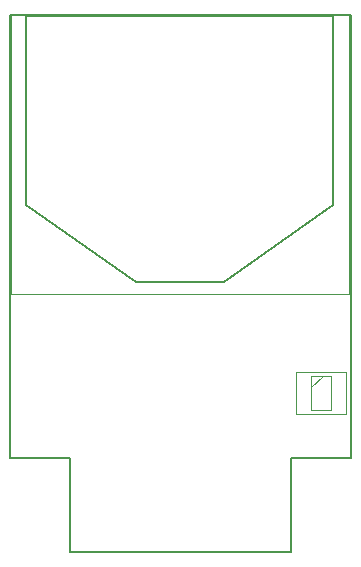
<source format=gbr>
G04 #@! TF.FileFunction,Drawing*
%FSLAX46Y46*%
G04 Gerber Fmt 4.6, Leading zero omitted, Abs format (unit mm)*
G04 Created by KiCad (PCBNEW 4.0.1-stable) date 2019/04/09 1:16:35*
%MOMM*%
G01*
G04 APERTURE LIST*
%ADD10C,0.100000*%
%ADD11C,0.200000*%
%ADD12C,0.050000*%
G04 APERTURE END LIST*
D10*
D11*
X105100000Y-95500000D02*
X123800000Y-95500000D01*
X123800000Y-87500000D02*
X123800000Y-95500000D01*
X105100000Y-87500000D02*
X105100000Y-95500000D01*
X128900000Y-87500000D02*
X123800000Y-87500000D01*
X100000000Y-87500000D02*
X100000000Y-50000000D01*
X105100000Y-87500000D02*
X100000000Y-87500000D01*
X128900000Y-50000000D02*
X128900000Y-87500000D01*
X100000000Y-50000000D02*
X128900000Y-50000000D01*
D10*
X100063000Y-49950000D02*
X128670000Y-49950000D01*
X128687000Y-49950000D02*
X128687000Y-73650000D01*
X128670000Y-73650000D02*
X100063000Y-73650000D01*
X100063000Y-73650000D02*
X100063000Y-49950000D01*
D11*
X101400000Y-50050000D02*
X101400000Y-66100000D01*
X101400000Y-66100000D02*
X110650000Y-72650000D01*
X110650000Y-72650000D02*
X118150000Y-72650000D01*
X118150000Y-72650000D02*
X127400000Y-66100000D01*
X127400000Y-66100000D02*
X127400000Y-50050000D01*
X127400000Y-50050000D02*
X101400000Y-50050000D01*
D12*
X124250000Y-80250000D02*
X128450000Y-80250000D01*
X128450000Y-80250000D02*
X128450000Y-83750000D01*
X128450000Y-83750000D02*
X124250000Y-83750000D01*
X124250000Y-83750000D02*
X124250000Y-80250000D01*
D10*
X125538000Y-80550000D02*
X127162000Y-80550000D01*
X127162000Y-80550000D02*
X127162000Y-83450000D01*
X127162000Y-83450000D02*
X125538000Y-83450000D01*
X125538000Y-83450000D02*
X125538000Y-80550000D01*
X125538000Y-81500000D02*
X126488000Y-80550000D01*
M02*

</source>
